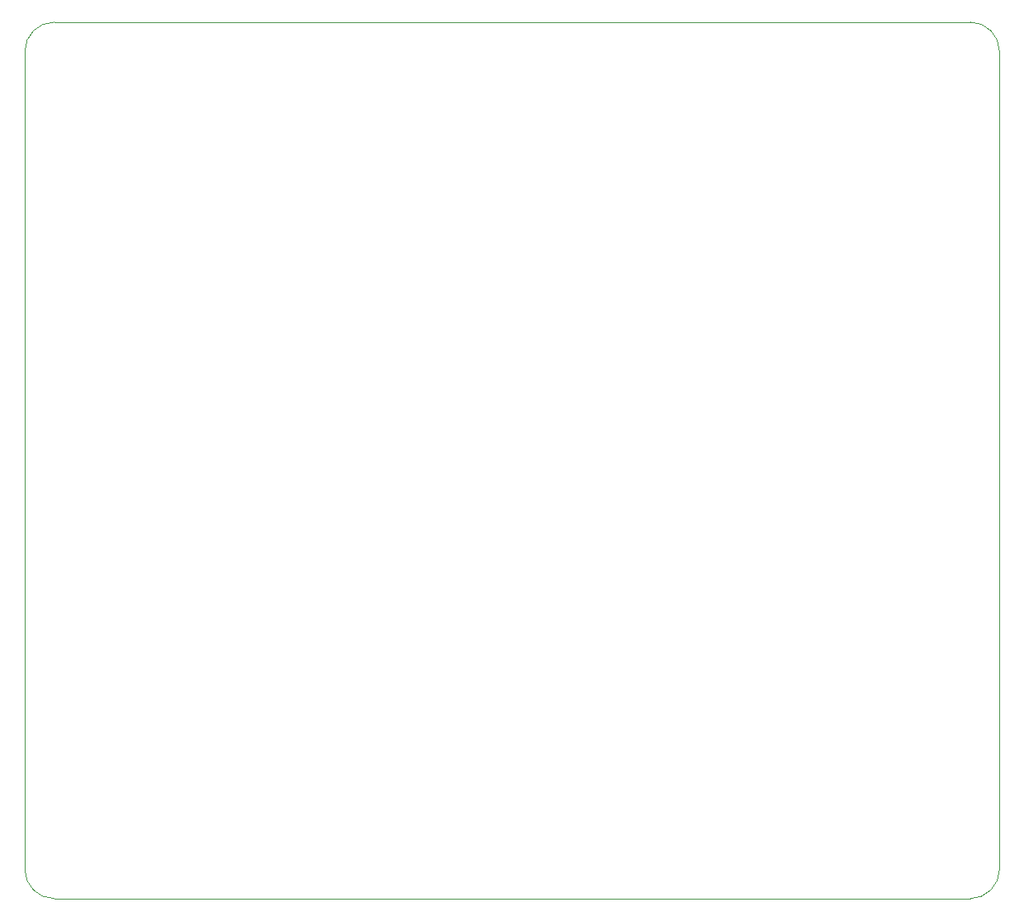
<source format=gbr>
%TF.GenerationSoftware,KiCad,Pcbnew,(6.0.2)*%
%TF.CreationDate,2023-04-25T14:42:27+02:00*%
%TF.ProjectId,piano,7069616e-6f2e-46b6-9963-61645f706362,0.2*%
%TF.SameCoordinates,Original*%
%TF.FileFunction,Profile,NP*%
%FSLAX46Y46*%
G04 Gerber Fmt 4.6, Leading zero omitted, Abs format (unit mm)*
G04 Created by KiCad (PCBNEW (6.0.2)) date 2023-04-25 14:42:27*
%MOMM*%
%LPD*%
G01*
G04 APERTURE LIST*
%TA.AperFunction,Profile*%
%ADD10C,0.100000*%
%TD*%
G04 APERTURE END LIST*
D10*
X227000000Y-122000000D02*
X133000000Y-122000000D01*
X133000000Y-32000000D02*
G75*
G03*
X130000000Y-35000000I1J-3000001D01*
G01*
X230000000Y-35000000D02*
G75*
G03*
X227000000Y-32000000I-3000001J-1D01*
G01*
X227000000Y-122000000D02*
G75*
G03*
X230000000Y-119000000I-1J3000001D01*
G01*
X130000000Y-119000000D02*
G75*
G03*
X133000000Y-122000000I3000001J1D01*
G01*
X133000000Y-32000000D02*
X227000000Y-32000000D01*
X230000000Y-119000000D02*
X230000000Y-35000000D01*
X130000000Y-119000000D02*
X130000000Y-35000000D01*
M02*

</source>
